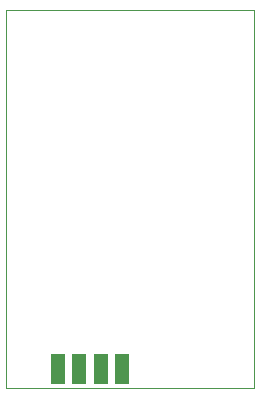
<source format=gbp>
G75*
%MOIN*%
%OFA0B0*%
%FSLAX24Y24*%
%IPPOS*%
%LPD*%
%AMOC8*
5,1,8,0,0,1.08239X$1,22.5*
%
%ADD10C,0.0000*%
%ADD11R,0.0500X0.1000*%
D10*
X001917Y001425D02*
X001917Y014023D01*
X010185Y014023D01*
X010185Y001425D01*
X001917Y001425D01*
D11*
X003649Y002055D03*
X004358Y002055D03*
X005067Y002055D03*
X005775Y002055D03*
M02*

</source>
